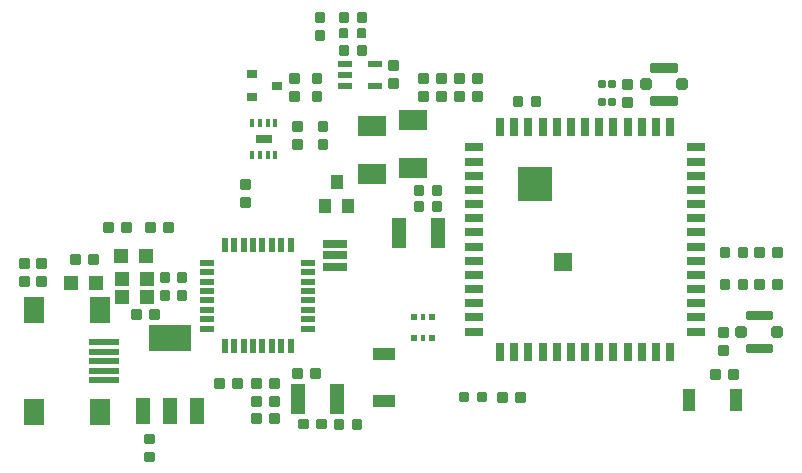
<source format=gbr>
G04 EAGLE Gerber X2 export*
%TF.Part,Single*%
%TF.FileFunction,Paste,Top*%
%TF.FilePolarity,Positive*%
%TF.GenerationSoftware,Autodesk,EAGLE,8.6.3*%
%TF.CreationDate,2023-08-17T09:39:48Z*%
G75*
%MOMM*%
%FSLAX34Y34*%
%LPD*%
%AMOC8*
5,1,8,0,0,1.08239X$1,22.5*%
G01*
%ADD10C,0.381000*%
%ADD11C,0.508000*%
%ADD12C,0.317500*%
%ADD13C,0.222250*%
%ADD14C,0.190500*%
%ADD15R,1.200000X0.550000*%
%ADD16R,1.016000X1.143000*%
%ADD17R,1.600000X0.800000*%
%ADD18R,0.800000X1.600000*%
%ADD19R,1.500000X1.500000*%
%ADD20R,3.000000X3.000000*%
%ADD21R,0.300000X0.650000*%
%ADD22R,1.375000X0.800000*%
%ADD23R,1.200000X2.500000*%
%ADD24R,0.900000X0.800000*%
%ADD25R,0.500000X0.500000*%
%ADD26R,0.400000X0.500000*%
%ADD27R,2.400000X1.800000*%
%ADD28R,2.000000X0.700000*%
%ADD29R,2.540000X0.508000*%
%ADD30R,1.778000X2.286000*%
%ADD31R,1.270000X0.558800*%
%ADD32R,0.558800X1.270000*%
%ADD33R,1.981200X1.016000*%
%ADD34R,1.200000X1.200000*%
%ADD35R,1.219200X2.235200*%
%ADD36R,3.600000X2.200000*%
%ADD37R,1.016000X1.981200*%


D10*
X454533Y343535D02*
X435483Y343535D01*
X435483Y347345D01*
X454533Y347345D01*
X454533Y343535D01*
X454533Y347344D02*
X435483Y347344D01*
X435483Y315595D02*
X454533Y315595D01*
X435483Y315595D02*
X435483Y319405D01*
X454533Y319405D01*
X454533Y315595D01*
X454533Y319404D02*
X435483Y319404D01*
D11*
X457708Y334010D02*
X462788Y334010D01*
X462788Y328930D01*
X457708Y328930D01*
X457708Y334010D01*
X457708Y334009D02*
X462788Y334009D01*
X432308Y334010D02*
X427228Y334010D01*
X432308Y334010D02*
X432308Y328930D01*
X427228Y328930D01*
X427228Y334010D01*
X427228Y334009D02*
X432308Y334009D01*
D12*
X394145Y329882D02*
X390969Y329882D01*
X390969Y333058D01*
X394145Y333058D01*
X394145Y329882D01*
X394145Y333056D02*
X390969Y333056D01*
X399859Y329882D02*
X403035Y329882D01*
X399859Y329882D02*
X399859Y333058D01*
X403035Y333058D01*
X403035Y329882D01*
X403035Y333056D02*
X399859Y333056D01*
X394145Y314896D02*
X390969Y314896D01*
X390969Y318072D01*
X394145Y318072D01*
X394145Y314896D01*
X394145Y318070D02*
X390969Y318070D01*
X399859Y314896D02*
X403035Y314896D01*
X399859Y314896D02*
X399859Y318072D01*
X403035Y318072D01*
X403035Y314896D01*
X403035Y318070D02*
X399859Y318070D01*
D13*
X522446Y185896D02*
X529114Y185896D01*
X522446Y185896D02*
X522446Y192564D01*
X529114Y192564D01*
X529114Y185896D01*
X529114Y188118D02*
X522446Y188118D01*
X522446Y190340D02*
X529114Y190340D01*
X529114Y192562D02*
X522446Y192562D01*
X537686Y185896D02*
X544354Y185896D01*
X537686Y185896D02*
X537686Y192564D01*
X544354Y192564D01*
X544354Y185896D01*
X544354Y188118D02*
X537686Y188118D01*
X537686Y190340D02*
X544354Y190340D01*
X544354Y192562D02*
X537686Y192562D01*
X529114Y159226D02*
X522446Y159226D01*
X522446Y165894D01*
X529114Y165894D01*
X529114Y159226D01*
X529114Y161448D02*
X522446Y161448D01*
X522446Y163670D02*
X529114Y163670D01*
X529114Y165892D02*
X522446Y165892D01*
X537686Y159226D02*
X544354Y159226D01*
X537686Y159226D02*
X537686Y165894D01*
X544354Y165894D01*
X544354Y159226D01*
X544354Y161448D02*
X537686Y161448D01*
X537686Y163670D02*
X544354Y163670D01*
X544354Y165892D02*
X537686Y165892D01*
D14*
X192088Y378143D02*
X186372Y378143D01*
X192088Y378143D02*
X192088Y371157D01*
X186372Y371157D01*
X186372Y378143D01*
X186372Y373061D02*
X192088Y373061D01*
X192088Y374965D02*
X186372Y374965D01*
X186372Y376869D02*
X192088Y376869D01*
X176848Y378143D02*
X171132Y378143D01*
X176848Y378143D02*
X176848Y371157D01*
X171132Y371157D01*
X171132Y378143D01*
X171132Y373061D02*
X176848Y373061D01*
X176848Y374965D02*
X171132Y374965D01*
X171132Y376869D02*
X176848Y376869D01*
D13*
X177324Y357346D02*
X170656Y357346D01*
X170656Y364014D01*
X177324Y364014D01*
X177324Y357346D01*
X177324Y359568D02*
X170656Y359568D01*
X170656Y361790D02*
X177324Y361790D01*
X177324Y364012D02*
X170656Y364012D01*
X185896Y357346D02*
X192564Y357346D01*
X185896Y357346D02*
X185896Y364014D01*
X192564Y364014D01*
X192564Y357346D01*
X192564Y359568D02*
X185896Y359568D01*
X185896Y361790D02*
X192564Y361790D01*
X192564Y364012D02*
X185896Y364012D01*
X237966Y339884D02*
X237966Y333216D01*
X237966Y339884D02*
X244634Y339884D01*
X244634Y333216D01*
X237966Y333216D01*
X237966Y335438D02*
X244634Y335438D01*
X244634Y337660D02*
X237966Y337660D01*
X237966Y339882D02*
X244634Y339882D01*
X237966Y324644D02*
X237966Y317976D01*
X237966Y324644D02*
X244634Y324644D01*
X244634Y317976D01*
X237966Y317976D01*
X237966Y320198D02*
X244634Y320198D01*
X244634Y322420D02*
X237966Y322420D01*
X237966Y324642D02*
X244634Y324642D01*
D15*
X174960Y348590D03*
X174960Y339090D03*
X174960Y329590D03*
X200960Y329590D03*
X200960Y348590D03*
D13*
X212566Y351314D02*
X212566Y344646D01*
X212566Y351314D02*
X219234Y351314D01*
X219234Y344646D01*
X212566Y344646D01*
X212566Y346868D02*
X219234Y346868D01*
X219234Y349090D02*
X212566Y349090D01*
X212566Y351312D02*
X219234Y351312D01*
X212566Y336074D02*
X212566Y329406D01*
X212566Y336074D02*
X219234Y336074D01*
X219234Y329406D01*
X212566Y329406D01*
X212566Y331628D02*
X219234Y331628D01*
X219234Y333850D02*
X212566Y333850D01*
X212566Y336072D02*
X219234Y336072D01*
X493236Y159226D02*
X499904Y159226D01*
X493236Y159226D02*
X493236Y165894D01*
X499904Y165894D01*
X499904Y159226D01*
X499904Y161448D02*
X493236Y161448D01*
X493236Y163670D02*
X499904Y163670D01*
X499904Y165892D02*
X493236Y165892D01*
X508476Y159226D02*
X515144Y159226D01*
X508476Y159226D02*
X508476Y165894D01*
X515144Y165894D01*
X515144Y159226D01*
X515144Y161448D02*
X508476Y161448D01*
X508476Y163670D02*
X515144Y163670D01*
X515144Y165892D02*
X508476Y165892D01*
X499904Y185896D02*
X493236Y185896D01*
X493236Y192564D01*
X499904Y192564D01*
X499904Y185896D01*
X499904Y188118D02*
X493236Y188118D01*
X493236Y190340D02*
X499904Y190340D01*
X499904Y192562D02*
X493236Y192562D01*
X508476Y185896D02*
X515144Y185896D01*
X508476Y185896D02*
X508476Y192564D01*
X515144Y192564D01*
X515144Y185896D01*
X515144Y188118D02*
X508476Y188118D01*
X508476Y190340D02*
X515144Y190340D01*
X515144Y192562D02*
X508476Y192562D01*
X417354Y312896D02*
X417354Y319564D01*
X417354Y312896D02*
X410686Y312896D01*
X410686Y319564D01*
X417354Y319564D01*
X417354Y315118D02*
X410686Y315118D01*
X410686Y317340D02*
X417354Y317340D01*
X417354Y319562D02*
X410686Y319562D01*
X417354Y328136D02*
X417354Y334804D01*
X417354Y328136D02*
X410686Y328136D01*
X410686Y334804D01*
X417354Y334804D01*
X417354Y330358D02*
X410686Y330358D01*
X410686Y332580D02*
X417354Y332580D01*
X417354Y334802D02*
X410686Y334802D01*
X150336Y385286D02*
X150336Y391954D01*
X157004Y391954D01*
X157004Y385286D01*
X150336Y385286D01*
X150336Y387508D02*
X157004Y387508D01*
X157004Y389730D02*
X150336Y389730D01*
X150336Y391952D02*
X157004Y391952D01*
X150336Y376714D02*
X150336Y370046D01*
X150336Y376714D02*
X157004Y376714D01*
X157004Y370046D01*
X150336Y370046D01*
X150336Y372268D02*
X157004Y372268D01*
X157004Y374490D02*
X150336Y374490D01*
X150336Y376712D02*
X157004Y376712D01*
X185896Y391954D02*
X192564Y391954D01*
X192564Y385286D01*
X185896Y385286D01*
X185896Y391954D01*
X185896Y387508D02*
X192564Y387508D01*
X192564Y389730D02*
X185896Y389730D01*
X185896Y391952D02*
X192564Y391952D01*
X177324Y391954D02*
X170656Y391954D01*
X177324Y391954D02*
X177324Y385286D01*
X170656Y385286D01*
X170656Y391954D01*
X170656Y387508D02*
X177324Y387508D01*
X177324Y389730D02*
X170656Y389730D01*
X170656Y391952D02*
X177324Y391952D01*
D10*
X516255Y133985D02*
X535305Y133985D01*
X516255Y133985D02*
X516255Y137795D01*
X535305Y137795D01*
X535305Y133985D01*
X535305Y137794D02*
X516255Y137794D01*
X516255Y106045D02*
X535305Y106045D01*
X516255Y106045D02*
X516255Y109855D01*
X535305Y109855D01*
X535305Y106045D01*
X535305Y109854D02*
X516255Y109854D01*
D11*
X538480Y124460D02*
X543560Y124460D01*
X543560Y119380D01*
X538480Y119380D01*
X538480Y124460D01*
X538480Y124459D02*
X543560Y124459D01*
X513080Y124460D02*
X508000Y124460D01*
X513080Y124460D02*
X513080Y119380D01*
X508000Y119380D01*
X508000Y124460D01*
X508000Y124459D02*
X513080Y124459D01*
D16*
X168148Y248666D03*
X177648Y228346D03*
X158648Y228346D03*
D13*
X317976Y314166D02*
X324644Y314166D01*
X317976Y314166D02*
X317976Y320834D01*
X324644Y320834D01*
X324644Y314166D01*
X324644Y316388D02*
X317976Y316388D01*
X317976Y318610D02*
X324644Y318610D01*
X324644Y320832D02*
X317976Y320832D01*
X333216Y314166D02*
X339884Y314166D01*
X333216Y314166D02*
X333216Y320834D01*
X339884Y320834D01*
X339884Y314166D01*
X339884Y316388D02*
X333216Y316388D01*
X333216Y318610D02*
X339884Y318610D01*
X339884Y320832D02*
X333216Y320832D01*
X491966Y125254D02*
X491966Y118586D01*
X491966Y125254D02*
X498634Y125254D01*
X498634Y118586D01*
X491966Y118586D01*
X491966Y120808D02*
X498634Y120808D01*
X498634Y123030D02*
X491966Y123030D01*
X491966Y125252D02*
X498634Y125252D01*
X491966Y110014D02*
X491966Y103346D01*
X491966Y110014D02*
X498634Y110014D01*
X498634Y103346D01*
X491966Y103346D01*
X491966Y105568D02*
X498634Y105568D01*
X498634Y107790D02*
X491966Y107790D01*
X491966Y110012D02*
X498634Y110012D01*
X290354Y317976D02*
X290354Y324644D01*
X290354Y317976D02*
X283686Y317976D01*
X283686Y324644D01*
X290354Y324644D01*
X290354Y320198D02*
X283686Y320198D01*
X283686Y322420D02*
X290354Y322420D01*
X290354Y324642D02*
X283686Y324642D01*
X290354Y333216D02*
X290354Y339884D01*
X290354Y333216D02*
X283686Y333216D01*
X283686Y339884D01*
X290354Y339884D01*
X290354Y335438D02*
X283686Y335438D01*
X283686Y337660D02*
X290354Y337660D01*
X290354Y339882D02*
X283686Y339882D01*
X268446Y339884D02*
X268446Y333216D01*
X268446Y339884D02*
X275114Y339884D01*
X275114Y333216D01*
X268446Y333216D01*
X268446Y335438D02*
X275114Y335438D01*
X275114Y337660D02*
X268446Y337660D01*
X268446Y339882D02*
X275114Y339882D01*
X268446Y324644D02*
X268446Y317976D01*
X268446Y324644D02*
X275114Y324644D01*
X275114Y317976D01*
X268446Y317976D01*
X268446Y320198D02*
X275114Y320198D01*
X275114Y322420D02*
X268446Y322420D01*
X268446Y324642D02*
X275114Y324642D01*
D17*
X284460Y278000D03*
X284460Y266000D03*
X284460Y254000D03*
X284460Y242000D03*
X284460Y230000D03*
X284460Y218000D03*
X284460Y206000D03*
X284460Y194000D03*
X284460Y182000D03*
X284460Y170000D03*
X284460Y158000D03*
X284460Y146000D03*
X284460Y134000D03*
X284460Y122000D03*
D18*
X306460Y105000D03*
X318460Y105000D03*
X330460Y105000D03*
X342460Y105000D03*
X354460Y105000D03*
X366460Y105000D03*
X378460Y105000D03*
X390460Y105000D03*
X402460Y105000D03*
X414460Y105000D03*
X426460Y105000D03*
X438460Y105000D03*
X450460Y105000D03*
D17*
X472460Y122000D03*
X472460Y134000D03*
X472460Y146000D03*
X472460Y158000D03*
X472460Y170000D03*
X472460Y182000D03*
X472460Y194000D03*
X472460Y206000D03*
X472460Y218000D03*
X472460Y230000D03*
X472460Y242000D03*
X472460Y254000D03*
X472460Y266000D03*
X472460Y278000D03*
D18*
X450460Y295000D03*
X438460Y295000D03*
X426460Y295000D03*
X414460Y295000D03*
X402460Y295000D03*
X390460Y295000D03*
X378460Y295000D03*
X366460Y295000D03*
X354460Y295000D03*
X342460Y295000D03*
X330460Y295000D03*
X318460Y295000D03*
X306460Y295000D03*
D19*
X359460Y181000D03*
D20*
X336460Y247000D03*
D21*
X96676Y271492D03*
X103176Y271492D03*
X109676Y271492D03*
X116176Y271492D03*
X116176Y298992D03*
X109676Y298992D03*
X103176Y298992D03*
X96676Y298992D03*
D22*
X106426Y285242D03*
D13*
X137954Y284004D02*
X137954Y277336D01*
X131286Y277336D01*
X131286Y284004D01*
X137954Y284004D01*
X137954Y279558D02*
X131286Y279558D01*
X131286Y281780D02*
X137954Y281780D01*
X137954Y284002D02*
X131286Y284002D01*
X137954Y292576D02*
X137954Y299244D01*
X137954Y292576D02*
X131286Y292576D01*
X131286Y299244D01*
X137954Y299244D01*
X137954Y294798D02*
X131286Y294798D01*
X131286Y297020D02*
X137954Y297020D01*
X137954Y299242D02*
X131286Y299242D01*
X94012Y234982D02*
X94012Y228314D01*
X87344Y228314D01*
X87344Y234982D01*
X94012Y234982D01*
X94012Y230536D02*
X87344Y230536D01*
X87344Y232758D02*
X94012Y232758D01*
X94012Y234980D02*
X87344Y234980D01*
X94012Y243554D02*
X94012Y250222D01*
X94012Y243554D02*
X87344Y243554D01*
X87344Y250222D01*
X94012Y250222D01*
X94012Y245776D02*
X87344Y245776D01*
X87344Y247998D02*
X94012Y247998D01*
X94012Y250220D02*
X87344Y250220D01*
X259874Y317976D02*
X259874Y324644D01*
X259874Y317976D02*
X253206Y317976D01*
X253206Y324644D01*
X259874Y324644D01*
X259874Y320198D02*
X253206Y320198D01*
X253206Y322420D02*
X259874Y322420D01*
X259874Y324642D02*
X253206Y324642D01*
X259874Y333216D02*
X259874Y339884D01*
X259874Y333216D02*
X253206Y333216D01*
X253206Y339884D01*
X259874Y339884D01*
X259874Y335438D02*
X253206Y335438D01*
X253206Y337660D02*
X259874Y337660D01*
X259874Y339882D02*
X253206Y339882D01*
X-85630Y183420D02*
X-85630Y176752D01*
X-85630Y183420D02*
X-78962Y183420D01*
X-78962Y176752D01*
X-85630Y176752D01*
X-85630Y178974D02*
X-78962Y178974D01*
X-78962Y181196D02*
X-85630Y181196D01*
X-85630Y183418D02*
X-78962Y183418D01*
X-85630Y168180D02*
X-85630Y161512D01*
X-85630Y168180D02*
X-78962Y168180D01*
X-78962Y161512D01*
X-85630Y161512D01*
X-85630Y163734D02*
X-78962Y163734D01*
X-78962Y165956D02*
X-85630Y165956D01*
X-85630Y168178D02*
X-78962Y168178D01*
X234156Y238728D02*
X240824Y238728D01*
X234156Y238728D02*
X234156Y245396D01*
X240824Y245396D01*
X240824Y238728D01*
X240824Y240950D02*
X234156Y240950D01*
X234156Y243172D02*
X240824Y243172D01*
X240824Y245394D02*
X234156Y245394D01*
X249396Y238728D02*
X256064Y238728D01*
X249396Y238728D02*
X249396Y245396D01*
X256064Y245396D01*
X256064Y238728D01*
X256064Y240950D02*
X249396Y240950D01*
X249396Y243172D02*
X256064Y243172D01*
X256064Y245394D02*
X249396Y245394D01*
X240824Y225266D02*
X234156Y225266D01*
X234156Y231934D01*
X240824Y231934D01*
X240824Y225266D01*
X240824Y227488D02*
X234156Y227488D01*
X234156Y229710D02*
X240824Y229710D01*
X240824Y231932D02*
X234156Y231932D01*
X249396Y225266D02*
X256064Y225266D01*
X249396Y225266D02*
X249396Y231934D01*
X256064Y231934D01*
X256064Y225266D01*
X256064Y227488D02*
X249396Y227488D01*
X249396Y229710D02*
X256064Y229710D01*
X256064Y231932D02*
X249396Y231932D01*
D23*
X220990Y205740D03*
X253990Y205740D03*
D13*
X-92932Y168180D02*
X-92932Y161512D01*
X-99600Y161512D01*
X-99600Y168180D01*
X-92932Y168180D01*
X-92932Y163734D02*
X-99600Y163734D01*
X-99600Y165956D02*
X-92932Y165956D01*
X-92932Y168178D02*
X-99600Y168178D01*
X-92932Y176752D02*
X-92932Y183420D01*
X-92932Y176752D02*
X-99600Y176752D01*
X-99600Y183420D01*
X-92932Y183420D01*
X-92932Y178974D02*
X-99600Y178974D01*
X-99600Y181196D02*
X-92932Y181196D01*
X-92932Y183418D02*
X-99600Y183418D01*
D24*
X96680Y339700D03*
X96680Y320700D03*
X117680Y330200D03*
D13*
X152876Y299244D02*
X152876Y292576D01*
X152876Y299244D02*
X159544Y299244D01*
X159544Y292576D01*
X152876Y292576D01*
X152876Y294798D02*
X159544Y294798D01*
X159544Y297020D02*
X152876Y297020D01*
X152876Y299242D02*
X159544Y299242D01*
X152876Y284004D02*
X152876Y277336D01*
X152876Y284004D02*
X159544Y284004D01*
X159544Y277336D01*
X152876Y277336D01*
X152876Y279558D02*
X159544Y279558D01*
X159544Y281780D02*
X152876Y281780D01*
X152876Y284002D02*
X159544Y284002D01*
X147796Y333216D02*
X147796Y339884D01*
X154464Y339884D01*
X154464Y333216D01*
X147796Y333216D01*
X147796Y335438D02*
X154464Y335438D01*
X154464Y337660D02*
X147796Y337660D01*
X147796Y339882D02*
X154464Y339882D01*
X147796Y324644D02*
X147796Y317976D01*
X147796Y324644D02*
X154464Y324644D01*
X154464Y317976D01*
X147796Y317976D01*
X147796Y320198D02*
X154464Y320198D01*
X154464Y322420D02*
X147796Y322420D01*
X147796Y324642D02*
X154464Y324642D01*
X128746Y333216D02*
X128746Y339884D01*
X135414Y339884D01*
X135414Y333216D01*
X128746Y333216D01*
X128746Y335438D02*
X135414Y335438D01*
X135414Y337660D02*
X128746Y337660D01*
X128746Y339882D02*
X135414Y339882D01*
X128746Y324644D02*
X128746Y317976D01*
X128746Y324644D02*
X135414Y324644D01*
X135414Y317976D01*
X128746Y317976D01*
X128746Y320198D02*
X135414Y320198D01*
X135414Y322420D02*
X128746Y322420D01*
X128746Y324642D02*
X135414Y324642D01*
D25*
X248800Y134730D03*
D26*
X241300Y134730D03*
D25*
X233800Y134730D03*
X233800Y116730D03*
D26*
X241300Y116730D03*
D25*
X248800Y116730D03*
D27*
X198120Y255594D03*
X198120Y296094D03*
X232410Y301174D03*
X232410Y260674D03*
D28*
X166370Y196436D03*
X166370Y186436D03*
X166370Y176436D03*
D29*
X-28702Y81026D03*
X-28702Y89026D03*
X-28702Y97026D03*
X-28702Y105026D03*
X-28702Y113026D03*
D30*
X-88182Y53851D03*
X-32302Y53851D03*
X-32302Y140211D03*
X-88182Y140211D03*
D31*
X144272Y124400D03*
X144272Y132400D03*
X144272Y140400D03*
X144272Y148400D03*
X144272Y156400D03*
X144272Y164400D03*
X144272Y172400D03*
X144272Y180400D03*
D32*
X129346Y195326D03*
X121346Y195326D03*
X113346Y195326D03*
X105346Y195326D03*
X97346Y195326D03*
X89346Y195326D03*
X81346Y195326D03*
X73346Y195326D03*
D31*
X58420Y180400D03*
X58420Y172400D03*
X58420Y164400D03*
X58420Y156400D03*
X58420Y148400D03*
X58420Y140400D03*
X58420Y132400D03*
X58420Y124400D03*
D32*
X73346Y109474D03*
X81346Y109474D03*
X89346Y109474D03*
X97346Y109474D03*
X105346Y109474D03*
X113346Y109474D03*
X121346Y109474D03*
X129346Y109474D03*
D33*
X208280Y103124D03*
X208280Y63119D03*
D34*
X-13294Y151130D03*
X7706Y151130D03*
X6436Y185928D03*
X-14564Y185928D03*
X-13802Y166370D03*
X7198Y166370D03*
D13*
X33496Y164814D02*
X33496Y171482D01*
X40164Y171482D01*
X40164Y164814D01*
X33496Y164814D01*
X33496Y167036D02*
X40164Y167036D01*
X40164Y169258D02*
X33496Y169258D01*
X33496Y171480D02*
X40164Y171480D01*
X33496Y156242D02*
X33496Y149574D01*
X33496Y156242D02*
X40164Y156242D01*
X40164Y149574D01*
X33496Y149574D01*
X33496Y151796D02*
X40164Y151796D01*
X40164Y154018D02*
X33496Y154018D01*
X33496Y156240D02*
X40164Y156240D01*
X19018Y164814D02*
X19018Y171482D01*
X25686Y171482D01*
X25686Y164814D01*
X19018Y164814D01*
X19018Y167036D02*
X25686Y167036D01*
X25686Y169258D02*
X19018Y169258D01*
X19018Y171480D02*
X25686Y171480D01*
X19018Y156242D02*
X19018Y149574D01*
X19018Y156242D02*
X25686Y156242D01*
X25686Y149574D01*
X19018Y149574D01*
X19018Y151796D02*
X25686Y151796D01*
X25686Y154018D02*
X19018Y154018D01*
X19018Y156240D02*
X25686Y156240D01*
X181578Y47276D02*
X188246Y47276D01*
X188246Y40608D01*
X181578Y40608D01*
X181578Y47276D01*
X181578Y42830D02*
X188246Y42830D01*
X188246Y45052D02*
X181578Y45052D01*
X181578Y47274D02*
X188246Y47274D01*
X173006Y47276D02*
X166338Y47276D01*
X173006Y47276D02*
X173006Y40608D01*
X166338Y40608D01*
X166338Y47276D01*
X166338Y42830D02*
X173006Y42830D01*
X173006Y45052D02*
X166338Y45052D01*
X166338Y47274D02*
X173006Y47274D01*
X-21812Y206978D02*
X-28480Y206978D01*
X-28480Y213646D01*
X-21812Y213646D01*
X-21812Y206978D01*
X-21812Y209200D02*
X-28480Y209200D01*
X-28480Y211422D02*
X-21812Y211422D01*
X-21812Y213644D02*
X-28480Y213644D01*
X-13240Y206978D02*
X-6572Y206978D01*
X-13240Y206978D02*
X-13240Y213646D01*
X-6572Y213646D01*
X-6572Y206978D01*
X-6572Y209200D02*
X-13240Y209200D01*
X-13240Y211422D02*
X-6572Y211422D01*
X-6572Y213644D02*
X-13240Y213644D01*
X7080Y207486D02*
X13748Y207486D01*
X7080Y207486D02*
X7080Y214154D01*
X13748Y214154D01*
X13748Y207486D01*
X13748Y209708D02*
X7080Y209708D01*
X7080Y211930D02*
X13748Y211930D01*
X13748Y214152D02*
X7080Y214152D01*
X22320Y207486D02*
X28988Y207486D01*
X22320Y207486D02*
X22320Y214154D01*
X28988Y214154D01*
X28988Y207486D01*
X28988Y209708D02*
X22320Y209708D01*
X22320Y211930D02*
X28988Y211930D01*
X28988Y214152D02*
X22320Y214152D01*
X96234Y75406D02*
X102902Y75406D01*
X96234Y75406D02*
X96234Y82074D01*
X102902Y82074D01*
X102902Y75406D01*
X102902Y77628D02*
X96234Y77628D01*
X96234Y79850D02*
X102902Y79850D01*
X102902Y82072D02*
X96234Y82072D01*
X111474Y75406D02*
X118142Y75406D01*
X111474Y75406D02*
X111474Y82074D01*
X118142Y82074D01*
X118142Y75406D01*
X118142Y77628D02*
X111474Y77628D01*
X111474Y79850D02*
X118142Y79850D01*
X118142Y82072D02*
X111474Y82072D01*
X146780Y89948D02*
X153448Y89948D01*
X153448Y83280D01*
X146780Y83280D01*
X146780Y89948D01*
X146780Y85502D02*
X153448Y85502D01*
X153448Y87724D02*
X146780Y87724D01*
X146780Y89946D02*
X153448Y89946D01*
X138208Y89948D02*
X131540Y89948D01*
X138208Y89948D02*
X138208Y83280D01*
X131540Y83280D01*
X131540Y89948D01*
X131540Y85502D02*
X138208Y85502D01*
X138208Y87724D02*
X131540Y87724D01*
X131540Y89946D02*
X138208Y89946D01*
D35*
X3810Y54356D03*
X26924Y54356D03*
X50038Y54356D03*
D36*
X26924Y116334D03*
D13*
X96488Y59912D02*
X103156Y59912D01*
X96488Y59912D02*
X96488Y66580D01*
X103156Y66580D01*
X103156Y59912D01*
X103156Y62134D02*
X96488Y62134D01*
X96488Y64356D02*
X103156Y64356D01*
X103156Y66578D02*
X96488Y66578D01*
X111728Y59912D02*
X118396Y59912D01*
X111728Y59912D02*
X111728Y66580D01*
X118396Y66580D01*
X118396Y59912D01*
X118396Y62134D02*
X111728Y62134D01*
X111728Y64356D02*
X118396Y64356D01*
X118396Y66578D02*
X111728Y66578D01*
X102902Y45180D02*
X96234Y45180D01*
X96234Y51848D01*
X102902Y51848D01*
X102902Y45180D01*
X102902Y47402D02*
X96234Y47402D01*
X96234Y49624D02*
X102902Y49624D01*
X102902Y51846D02*
X96234Y51846D01*
X111474Y45180D02*
X118142Y45180D01*
X111474Y45180D02*
X111474Y51848D01*
X118142Y51848D01*
X118142Y45180D01*
X118142Y47402D02*
X111474Y47402D01*
X111474Y49624D02*
X118142Y49624D01*
X118142Y51846D02*
X111474Y51846D01*
D23*
X168392Y65024D03*
X135392Y65024D03*
D13*
X16796Y140240D02*
X10128Y140240D01*
X16796Y140240D02*
X16796Y133572D01*
X10128Y133572D01*
X10128Y140240D01*
X10128Y135794D02*
X16796Y135794D01*
X16796Y138016D02*
X10128Y138016D01*
X10128Y140238D02*
X16796Y140238D01*
X1556Y140240D02*
X-5112Y140240D01*
X1556Y140240D02*
X1556Y133572D01*
X-5112Y133572D01*
X-5112Y140240D01*
X-5112Y135794D02*
X1556Y135794D01*
X1556Y138016D02*
X-5112Y138016D01*
X-5112Y140238D02*
X1556Y140238D01*
X136112Y40862D02*
X142780Y40862D01*
X136112Y40862D02*
X136112Y47530D01*
X142780Y47530D01*
X142780Y40862D01*
X142780Y43084D02*
X136112Y43084D01*
X136112Y45306D02*
X142780Y45306D01*
X142780Y47528D02*
X136112Y47528D01*
X151352Y40862D02*
X158020Y40862D01*
X151352Y40862D02*
X151352Y47530D01*
X158020Y47530D01*
X158020Y40862D01*
X158020Y43084D02*
X151352Y43084D01*
X151352Y45306D02*
X158020Y45306D01*
X158020Y47528D02*
X151352Y47528D01*
X71660Y75406D02*
X64992Y75406D01*
X64992Y82074D01*
X71660Y82074D01*
X71660Y75406D01*
X71660Y77628D02*
X64992Y77628D01*
X64992Y79850D02*
X71660Y79850D01*
X71660Y82072D02*
X64992Y82072D01*
X80232Y75406D02*
X86900Y75406D01*
X80232Y75406D02*
X80232Y82074D01*
X86900Y82074D01*
X86900Y75406D01*
X86900Y77628D02*
X80232Y77628D01*
X80232Y79850D02*
X86900Y79850D01*
X86900Y82072D02*
X80232Y82072D01*
X6064Y34830D02*
X6064Y28162D01*
X6064Y34830D02*
X12732Y34830D01*
X12732Y28162D01*
X6064Y28162D01*
X6064Y30384D02*
X12732Y30384D01*
X12732Y32606D02*
X6064Y32606D01*
X6064Y34828D02*
X12732Y34828D01*
X6064Y19590D02*
X6064Y12922D01*
X6064Y19590D02*
X12732Y19590D01*
X12732Y12922D01*
X6064Y12922D01*
X6064Y15144D02*
X12732Y15144D01*
X12732Y17366D02*
X6064Y17366D01*
X6064Y19588D02*
X12732Y19588D01*
D34*
X-56982Y163068D03*
X-35982Y163068D03*
D13*
X-50260Y179800D02*
X-56928Y179800D01*
X-56928Y186468D01*
X-50260Y186468D01*
X-50260Y179800D01*
X-50260Y182022D02*
X-56928Y182022D01*
X-56928Y184244D02*
X-50260Y184244D01*
X-50260Y186466D02*
X-56928Y186466D01*
X-41688Y179800D02*
X-35020Y179800D01*
X-41688Y179800D02*
X-41688Y186468D01*
X-35020Y186468D01*
X-35020Y179800D01*
X-35020Y182022D02*
X-41688Y182022D01*
X-41688Y184244D02*
X-35020Y184244D01*
X-35020Y186466D02*
X-41688Y186466D01*
D37*
X506476Y64008D03*
X466471Y64008D03*
D13*
X500094Y89186D02*
X506762Y89186D01*
X506762Y82518D01*
X500094Y82518D01*
X500094Y89186D01*
X500094Y84740D02*
X506762Y84740D01*
X506762Y86962D02*
X500094Y86962D01*
X500094Y89184D02*
X506762Y89184D01*
X491522Y89186D02*
X484854Y89186D01*
X491522Y89186D02*
X491522Y82518D01*
X484854Y82518D01*
X484854Y89186D01*
X484854Y84740D02*
X491522Y84740D01*
X491522Y86962D02*
X484854Y86962D01*
X484854Y89184D02*
X491522Y89184D01*
X326676Y69628D02*
X320008Y69628D01*
X326676Y69628D02*
X326676Y62960D01*
X320008Y62960D01*
X320008Y69628D01*
X320008Y65182D02*
X326676Y65182D01*
X326676Y67404D02*
X320008Y67404D01*
X320008Y69626D02*
X326676Y69626D01*
X311436Y69628D02*
X304768Y69628D01*
X311436Y69628D02*
X311436Y62960D01*
X304768Y62960D01*
X304768Y69628D01*
X304768Y65182D02*
X311436Y65182D01*
X311436Y67404D02*
X304768Y67404D01*
X304768Y69626D02*
X311436Y69626D01*
X278924Y63722D02*
X272256Y63722D01*
X272256Y70390D01*
X278924Y70390D01*
X278924Y63722D01*
X278924Y65944D02*
X272256Y65944D01*
X272256Y68166D02*
X278924Y68166D01*
X278924Y70388D02*
X272256Y70388D01*
X287496Y63722D02*
X294164Y63722D01*
X287496Y63722D02*
X287496Y70390D01*
X294164Y70390D01*
X294164Y63722D01*
X294164Y65944D02*
X287496Y65944D01*
X287496Y68166D02*
X294164Y68166D01*
X294164Y70388D02*
X287496Y70388D01*
M02*

</source>
